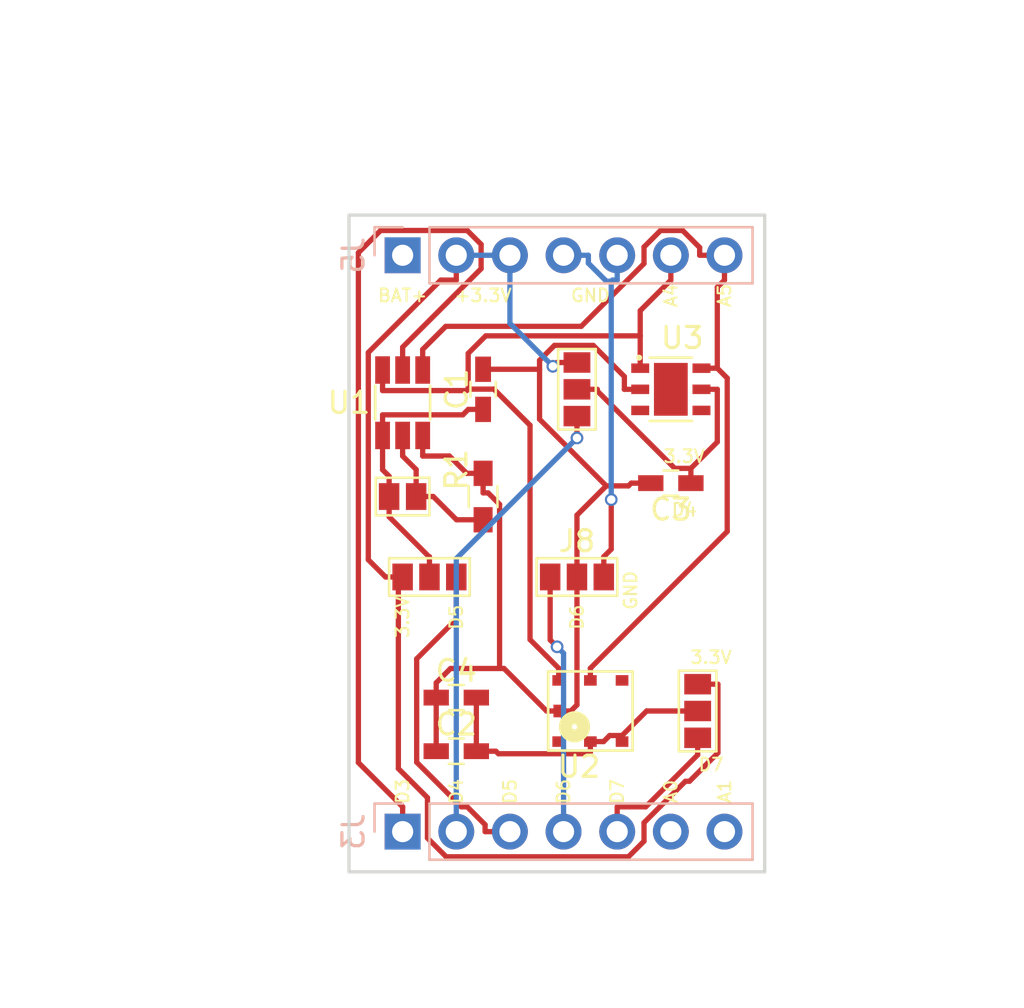
<source format=kicad_pcb>
(kicad_pcb (version 4) (host pcbnew 4.0.7-e1-6374~58~ubuntu16.04.1)

  (general
    (links 36)
    (no_connects 0)
    (area 150.344287 91.915 202.16 141.130001)
    (thickness 1.6)
    (drawings 35)
    (tracks 172)
    (zones 0)
    (modules 15)
    (nets 21)
  )

  (page A4)
  (layers
    (0 F.Cu signal)
    (31 B.Cu signal)
    (32 B.Adhes user)
    (33 F.Adhes user)
    (34 B.Paste user)
    (35 F.Paste user)
    (36 B.SilkS user)
    (37 F.SilkS user)
    (38 B.Mask user)
    (39 F.Mask user)
    (40 Dwgs.User user)
    (41 Cmts.User user)
    (42 Eco1.User user)
    (43 Eco2.User user)
    (44 Edge.Cuts user)
    (45 Margin user)
    (46 B.CrtYd user)
    (47 F.CrtYd user)
    (48 B.Fab user)
    (49 F.Fab user)
  )

  (setup
    (last_trace_width 0.25)
    (trace_clearance 0.2)
    (zone_clearance 0.508)
    (zone_45_only yes)
    (trace_min 0.2)
    (segment_width 0.2)
    (edge_width 0.15)
    (via_size 0.6)
    (via_drill 0.4)
    (via_min_size 0.4)
    (via_min_drill 0.3)
    (uvia_size 0.3)
    (uvia_drill 0.1)
    (uvias_allowed no)
    (uvia_min_size 0.2)
    (uvia_min_drill 0.1)
    (pcb_text_width 0.3)
    (pcb_text_size 1.5 1.5)
    (mod_edge_width 0.15)
    (mod_text_size 1 1)
    (mod_text_width 0.15)
    (pad_size 1.524 1.524)
    (pad_drill 0.762)
    (pad_to_mask_clearance 0.2)
    (aux_axis_origin 0 0)
    (visible_elements FFFFFF7F)
    (pcbplotparams
      (layerselection 0x010f0_80000001)
      (usegerberextensions true)
      (excludeedgelayer true)
      (linewidth 0.100000)
      (plotframeref false)
      (viasonmask false)
      (mode 1)
      (useauxorigin false)
      (hpglpennumber 1)
      (hpglpenspeed 20)
      (hpglpendiameter 15)
      (hpglpenoverlay 2)
      (psnegative false)
      (psa4output false)
      (plotreference true)
      (plotvalue true)
      (plotinvisibletext false)
      (padsonsilk false)
      (subtractmaskfromsilk false)
      (outputformat 1)
      (mirror false)
      (drillshape 0)
      (scaleselection 1)
      (outputdirectory /home/ed/Kicad/Cosmonode_ext_01/gerber/))
  )

  (net 0 "")
  (net 1 "Net-(C1-Pad1)")
  (net 2 /D6)
  (net 3 "Net-(C2-Pad1)")
  (net 4 "Net-(C3-Pad1)")
  (net 5 "Net-(J1-Pad2)")
  (net 6 +3V3)
  (net 7 /D5)
  (net 8 /D3)
  (net 9 /D4)
  (net 10 /D7)
  (net 11 /A0)
  (net 12 /A1)
  (net 13 GND)
  (net 14 /BAT+)
  (net 15 /A4)
  (net 16 /A5)
  (net 17 "Net-(U3-Pad3)")
  (net 18 "Net-(U3-Pad4)")
  (net 19 "Net-(U3-Pad7)")
  (net 20 "Net-(C1-Pad2)")

  (net_class Default "Ceci est la Netclass par défaut"
    (clearance 0.2)
    (trace_width 0.25)
    (via_dia 0.6)
    (via_drill 0.4)
    (uvia_dia 0.3)
    (uvia_drill 0.1)
    (add_net +3V3)
    (add_net /A0)
    (add_net /A1)
    (add_net /A4)
    (add_net /A5)
    (add_net /BAT+)
    (add_net /D3)
    (add_net /D4)
    (add_net /D5)
    (add_net /D6)
    (add_net /D7)
    (add_net GND)
    (add_net "Net-(C1-Pad1)")
    (add_net "Net-(C1-Pad2)")
    (add_net "Net-(C2-Pad1)")
    (add_net "Net-(C3-Pad1)")
    (add_net "Net-(J1-Pad2)")
    (add_net "Net-(U3-Pad3)")
    (add_net "Net-(U3-Pad4)")
    (add_net "Net-(U3-Pad7)")
  )

  (module Capacitors_SMD:C_0603_HandSoldering (layer F.Cu) (tedit 58AA848B) (tstamp 59804FA2)
    (at 172.72 109.855 90)
    (descr "Capacitor SMD 0603, hand soldering")
    (tags "capacitor 0603")
    (path /59804CCD)
    (attr smd)
    (fp_text reference C1 (at 0 -1.25 90) (layer F.SilkS)
      (effects (font (size 1 1) (thickness 0.15)))
    )
    (fp_text value 100nF (at 0 1.5 90) (layer F.Fab)
      (effects (font (size 1 1) (thickness 0.15)))
    )
    (fp_text user %R (at 0 -1.25 90) (layer F.Fab)
      (effects (font (size 1 1) (thickness 0.15)))
    )
    (fp_line (start -0.8 0.4) (end -0.8 -0.4) (layer F.Fab) (width 0.1))
    (fp_line (start 0.8 0.4) (end -0.8 0.4) (layer F.Fab) (width 0.1))
    (fp_line (start 0.8 -0.4) (end 0.8 0.4) (layer F.Fab) (width 0.1))
    (fp_line (start -0.8 -0.4) (end 0.8 -0.4) (layer F.Fab) (width 0.1))
    (fp_line (start -0.35 -0.6) (end 0.35 -0.6) (layer F.SilkS) (width 0.12))
    (fp_line (start 0.35 0.6) (end -0.35 0.6) (layer F.SilkS) (width 0.12))
    (fp_line (start -1.8 -0.65) (end 1.8 -0.65) (layer F.CrtYd) (width 0.05))
    (fp_line (start -1.8 -0.65) (end -1.8 0.65) (layer F.CrtYd) (width 0.05))
    (fp_line (start 1.8 0.65) (end 1.8 -0.65) (layer F.CrtYd) (width 0.05))
    (fp_line (start 1.8 0.65) (end -1.8 0.65) (layer F.CrtYd) (width 0.05))
    (pad 1 smd rect (at -0.95 0 90) (size 1.2 0.75) (layers F.Cu F.Paste F.Mask)
      (net 1 "Net-(C1-Pad1)"))
    (pad 2 smd rect (at 0.95 0 90) (size 1.2 0.75) (layers F.Cu F.Paste F.Mask)
      (net 20 "Net-(C1-Pad2)"))
    (model Capacitors_SMD.3dshapes/C_0603.wrl
      (at (xyz 0 0 0))
      (scale (xyz 1 1 1))
      (rotate (xyz 0 0 0))
    )
  )

  (module Capacitors_SMD:C_0603_HandSoldering (layer F.Cu) (tedit 5980B00E) (tstamp 59804FA8)
    (at 171.45 127 180)
    (descr "Capacitor SMD 0603, hand soldering")
    (tags "capacitor 0603")
    (path /59804F47)
    (attr smd)
    (fp_text reference C2 (at 0 1.27 180) (layer F.SilkS)
      (effects (font (size 1 1) (thickness 0.15)))
    )
    (fp_text value 100nF (at 0 1.5 180) (layer F.Fab)
      (effects (font (size 1 1) (thickness 0.15)))
    )
    (fp_text user %R (at 0 1.27 180) (layer F.Fab)
      (effects (font (size 1 1) (thickness 0.15)))
    )
    (fp_line (start -0.8 0.4) (end -0.8 -0.4) (layer F.Fab) (width 0.1))
    (fp_line (start 0.8 0.4) (end -0.8 0.4) (layer F.Fab) (width 0.1))
    (fp_line (start 0.8 -0.4) (end 0.8 0.4) (layer F.Fab) (width 0.1))
    (fp_line (start -0.8 -0.4) (end 0.8 -0.4) (layer F.Fab) (width 0.1))
    (fp_line (start -0.35 -0.6) (end 0.35 -0.6) (layer F.SilkS) (width 0.12))
    (fp_line (start 0.35 0.6) (end -0.35 0.6) (layer F.SilkS) (width 0.12))
    (fp_line (start -1.8 -0.65) (end 1.8 -0.65) (layer F.CrtYd) (width 0.05))
    (fp_line (start -1.8 -0.65) (end -1.8 0.65) (layer F.CrtYd) (width 0.05))
    (fp_line (start 1.8 0.65) (end 1.8 -0.65) (layer F.CrtYd) (width 0.05))
    (fp_line (start 1.8 0.65) (end -1.8 0.65) (layer F.CrtYd) (width 0.05))
    (pad 1 smd rect (at -0.95 0 180) (size 1.2 0.75) (layers F.Cu F.Paste F.Mask)
      (net 3 "Net-(C2-Pad1)"))
    (pad 2 smd rect (at 0.95 0 180) (size 1.2 0.75) (layers F.Cu F.Paste F.Mask)
      (net 20 "Net-(C1-Pad2)"))
    (model Capacitors_SMD.3dshapes/C_0603.wrl
      (at (xyz 0 0 0))
      (scale (xyz 1 1 1))
      (rotate (xyz 0 0 0))
    )
  )

  (module Capacitors_SMD:C_0603_HandSoldering (layer F.Cu) (tedit 58AA848B) (tstamp 59804FAE)
    (at 181.61 114.3 180)
    (descr "Capacitor SMD 0603, hand soldering")
    (tags "capacitor 0603")
    (path /59804E8B)
    (attr smd)
    (fp_text reference C3 (at 0 -1.25 180) (layer F.SilkS)
      (effects (font (size 1 1) (thickness 0.15)))
    )
    (fp_text value 100nF (at 0 1.5 180) (layer F.Fab)
      (effects (font (size 1 1) (thickness 0.15)))
    )
    (fp_text user %R (at 0 -1.25 180) (layer F.Fab)
      (effects (font (size 1 1) (thickness 0.15)))
    )
    (fp_line (start -0.8 0.4) (end -0.8 -0.4) (layer F.Fab) (width 0.1))
    (fp_line (start 0.8 0.4) (end -0.8 0.4) (layer F.Fab) (width 0.1))
    (fp_line (start 0.8 -0.4) (end 0.8 0.4) (layer F.Fab) (width 0.1))
    (fp_line (start -0.8 -0.4) (end 0.8 -0.4) (layer F.Fab) (width 0.1))
    (fp_line (start -0.35 -0.6) (end 0.35 -0.6) (layer F.SilkS) (width 0.12))
    (fp_line (start 0.35 0.6) (end -0.35 0.6) (layer F.SilkS) (width 0.12))
    (fp_line (start -1.8 -0.65) (end 1.8 -0.65) (layer F.CrtYd) (width 0.05))
    (fp_line (start -1.8 -0.65) (end -1.8 0.65) (layer F.CrtYd) (width 0.05))
    (fp_line (start 1.8 0.65) (end 1.8 -0.65) (layer F.CrtYd) (width 0.05))
    (fp_line (start 1.8 0.65) (end -1.8 0.65) (layer F.CrtYd) (width 0.05))
    (pad 1 smd rect (at -0.95 0 180) (size 1.2 0.75) (layers F.Cu F.Paste F.Mask)
      (net 4 "Net-(C3-Pad1)"))
    (pad 2 smd rect (at 0.95 0 180) (size 1.2 0.75) (layers F.Cu F.Paste F.Mask)
      (net 20 "Net-(C1-Pad2)"))
    (model Capacitors_SMD.3dshapes/C_0603.wrl
      (at (xyz 0 0 0))
      (scale (xyz 1 1 1))
      (rotate (xyz 0 0 0))
    )
  )

  (module Capacitors_SMD:C_0603_HandSoldering (layer F.Cu) (tedit 5980B009) (tstamp 59804FB4)
    (at 171.45 124.46 180)
    (descr "Capacitor SMD 0603, hand soldering")
    (tags "capacitor 0603")
    (path /59804F8A)
    (attr smd)
    (fp_text reference C4 (at 0 1.27 180) (layer F.SilkS)
      (effects (font (size 1 1) (thickness 0.15)))
    )
    (fp_text value 100nF (at 0 1.5 180) (layer F.Fab)
      (effects (font (size 1 1) (thickness 0.15)))
    )
    (fp_text user %R (at 0 1.27 180) (layer F.Fab)
      (effects (font (size 1 1) (thickness 0.15)))
    )
    (fp_line (start -0.8 0.4) (end -0.8 -0.4) (layer F.Fab) (width 0.1))
    (fp_line (start 0.8 0.4) (end -0.8 0.4) (layer F.Fab) (width 0.1))
    (fp_line (start 0.8 -0.4) (end 0.8 0.4) (layer F.Fab) (width 0.1))
    (fp_line (start -0.8 -0.4) (end 0.8 -0.4) (layer F.Fab) (width 0.1))
    (fp_line (start -0.35 -0.6) (end 0.35 -0.6) (layer F.SilkS) (width 0.12))
    (fp_line (start 0.35 0.6) (end -0.35 0.6) (layer F.SilkS) (width 0.12))
    (fp_line (start -1.8 -0.65) (end 1.8 -0.65) (layer F.CrtYd) (width 0.05))
    (fp_line (start -1.8 -0.65) (end -1.8 0.65) (layer F.CrtYd) (width 0.05))
    (fp_line (start 1.8 0.65) (end 1.8 -0.65) (layer F.CrtYd) (width 0.05))
    (fp_line (start 1.8 0.65) (end -1.8 0.65) (layer F.CrtYd) (width 0.05))
    (pad 1 smd rect (at -0.95 0 180) (size 1.2 0.75) (layers F.Cu F.Paste F.Mask)
      (net 3 "Net-(C2-Pad1)"))
    (pad 2 smd rect (at 0.95 0 180) (size 1.2 0.75) (layers F.Cu F.Paste F.Mask)
      (net 20 "Net-(C1-Pad2)"))
    (model Capacitors_SMD.3dshapes/C_0603.wrl
      (at (xyz 0 0 0))
      (scale (xyz 1 1 1))
      (rotate (xyz 0 0 0))
    )
  )

  (module Connectors:GS2 (layer F.Cu) (tedit 5980579B) (tstamp 59804FBA)
    (at 168.91 114.935 90)
    (descr "2-pin solder bridge")
    (tags "solder bridge")
    (path /59804FEF)
    (attr smd)
    (fp_text reference J1 (at -1.905 -0.635 180) (layer F.SilkS) hide
      (effects (font (size 1 1) (thickness 0.15)))
    )
    (fp_text value GS2 (at -1.8 0 180) (layer F.Fab)
      (effects (font (size 1 1) (thickness 0.15)))
    )
    (fp_line (start 1.1 -1.45) (end 1.1 1.5) (layer F.CrtYd) (width 0.05))
    (fp_line (start 1.1 1.5) (end -1.1 1.5) (layer F.CrtYd) (width 0.05))
    (fp_line (start -1.1 1.5) (end -1.1 -1.45) (layer F.CrtYd) (width 0.05))
    (fp_line (start -1.1 -1.45) (end 1.1 -1.45) (layer F.CrtYd) (width 0.05))
    (fp_line (start -0.89 -1.27) (end -0.89 1.27) (layer F.SilkS) (width 0.12))
    (fp_line (start 0.89 1.27) (end 0.89 -1.27) (layer F.SilkS) (width 0.12))
    (fp_line (start 0.89 1.27) (end -0.89 1.27) (layer F.SilkS) (width 0.12))
    (fp_line (start -0.89 -1.27) (end 0.89 -1.27) (layer F.SilkS) (width 0.12))
    (pad 1 smd rect (at 0 -0.64 90) (size 1.27 0.97) (layers F.Cu F.Paste F.Mask)
      (net 1 "Net-(C1-Pad1)"))
    (pad 2 smd rect (at 0 0.64 90) (size 1.27 0.97) (layers F.Cu F.Paste F.Mask)
      (net 5 "Net-(J1-Pad2)"))
  )

  (module Connectors:GS3 (layer F.Cu) (tedit 598057CF) (tstamp 59804FC1)
    (at 170.18 118.745 90)
    (descr "3-pin solder bridge")
    (tags "solder bridge")
    (path /59805661)
    (attr smd)
    (fp_text reference J2 (at 1.905 1.27 180) (layer F.SilkS) hide
      (effects (font (size 1 1) (thickness 0.15)))
    )
    (fp_text value GS3 (at 1.8 0 180) (layer F.Fab)
      (effects (font (size 1 1) (thickness 0.15)))
    )
    (fp_line (start -1.15 -2.15) (end 1.15 -2.15) (layer F.CrtYd) (width 0.05))
    (fp_line (start 1.15 -2.15) (end 1.15 2.15) (layer F.CrtYd) (width 0.05))
    (fp_line (start 1.15 2.15) (end -1.15 2.15) (layer F.CrtYd) (width 0.05))
    (fp_line (start -1.15 2.15) (end -1.15 -2.15) (layer F.CrtYd) (width 0.05))
    (fp_line (start -0.89 -1.91) (end -0.89 1.91) (layer F.SilkS) (width 0.12))
    (fp_line (start -0.89 1.91) (end 0.89 1.91) (layer F.SilkS) (width 0.12))
    (fp_line (start 0.89 1.91) (end 0.89 -1.91) (layer F.SilkS) (width 0.12))
    (fp_line (start -0.89 -1.91) (end 0.89 -1.91) (layer F.SilkS) (width 0.12))
    (pad 1 smd rect (at 0 -1.27 90) (size 1.27 0.97) (layers F.Cu F.Paste F.Mask)
      (net 6 +3V3))
    (pad 2 smd rect (at 0 0 90) (size 1.27 0.97) (layers F.Cu F.Paste F.Mask)
      (net 1 "Net-(C1-Pad1)"))
    (pad 3 smd rect (at 0 1.27 90) (size 1.27 0.97) (layers F.Cu F.Paste F.Mask)
      (net 7 /D5))
  )

  (module Pin_Headers:Pin_Header_Straight_1x07_Pitch2.54mm (layer B.Cu) (tedit 59650532) (tstamp 59804FCC)
    (at 168.91 130.81 270)
    (descr "Through hole straight pin header, 1x07, 2.54mm pitch, single row")
    (tags "Through hole pin header THT 1x07 2.54mm single row")
    (path /598047BC)
    (fp_text reference J3 (at 0 2.33 270) (layer B.SilkS)
      (effects (font (size 1 1) (thickness 0.15)) (justify mirror))
    )
    (fp_text value CONN_01X07 (at 0 -17.57 270) (layer B.Fab)
      (effects (font (size 1 1) (thickness 0.15)) (justify mirror))
    )
    (fp_line (start -0.635 1.27) (end 1.27 1.27) (layer B.Fab) (width 0.1))
    (fp_line (start 1.27 1.27) (end 1.27 -16.51) (layer B.Fab) (width 0.1))
    (fp_line (start 1.27 -16.51) (end -1.27 -16.51) (layer B.Fab) (width 0.1))
    (fp_line (start -1.27 -16.51) (end -1.27 0.635) (layer B.Fab) (width 0.1))
    (fp_line (start -1.27 0.635) (end -0.635 1.27) (layer B.Fab) (width 0.1))
    (fp_line (start -1.33 -16.57) (end 1.33 -16.57) (layer B.SilkS) (width 0.12))
    (fp_line (start -1.33 -1.27) (end -1.33 -16.57) (layer B.SilkS) (width 0.12))
    (fp_line (start 1.33 -1.27) (end 1.33 -16.57) (layer B.SilkS) (width 0.12))
    (fp_line (start -1.33 -1.27) (end 1.33 -1.27) (layer B.SilkS) (width 0.12))
    (fp_line (start -1.33 0) (end -1.33 1.33) (layer B.SilkS) (width 0.12))
    (fp_line (start -1.33 1.33) (end 0 1.33) (layer B.SilkS) (width 0.12))
    (fp_line (start -1.8 1.8) (end -1.8 -17.05) (layer B.CrtYd) (width 0.05))
    (fp_line (start -1.8 -17.05) (end 1.8 -17.05) (layer B.CrtYd) (width 0.05))
    (fp_line (start 1.8 -17.05) (end 1.8 1.8) (layer B.CrtYd) (width 0.05))
    (fp_line (start 1.8 1.8) (end -1.8 1.8) (layer B.CrtYd) (width 0.05))
    (fp_text user %R (at 0 -7.62 540) (layer B.Fab)
      (effects (font (size 1 1) (thickness 0.15)) (justify mirror))
    )
    (pad 1 thru_hole rect (at 0 0 270) (size 1.7 1.7) (drill 1) (layers *.Cu *.Mask)
      (net 8 /D3))
    (pad 2 thru_hole oval (at 0 -2.54 270) (size 1.7 1.7) (drill 1) (layers *.Cu *.Mask)
      (net 9 /D4))
    (pad 3 thru_hole oval (at 0 -5.08 270) (size 1.7 1.7) (drill 1) (layers *.Cu *.Mask)
      (net 7 /D5))
    (pad 4 thru_hole oval (at 0 -7.62 270) (size 1.7 1.7) (drill 1) (layers *.Cu *.Mask)
      (net 2 /D6))
    (pad 5 thru_hole oval (at 0 -10.16 270) (size 1.7 1.7) (drill 1) (layers *.Cu *.Mask)
      (net 10 /D7))
    (pad 6 thru_hole oval (at 0 -12.7 270) (size 1.7 1.7) (drill 1) (layers *.Cu *.Mask)
      (net 11 /A0))
    (pad 7 thru_hole oval (at 0 -15.24 270) (size 1.7 1.7) (drill 1) (layers *.Cu *.Mask)
      (net 12 /A1))
    (model ${KISYS3DMOD}/Pin_Headers.3dshapes/Pin_Header_Straight_1x07_Pitch2.54mm.wrl
      (at (xyz 0 0 0))
      (scale (xyz 1 1 1))
      (rotate (xyz 0 0 0))
    )
  )

  (module Pin_Headers:Pin_Header_Straight_1x07_Pitch2.54mm (layer B.Cu) (tedit 59650532) (tstamp 59804FDE)
    (at 168.91 103.505 270)
    (descr "Through hole straight pin header, 1x07, 2.54mm pitch, single row")
    (tags "Through hole pin header THT 1x07 2.54mm single row")
    (path /598047EF)
    (fp_text reference J5 (at 0 2.33 270) (layer B.SilkS)
      (effects (font (size 1 1) (thickness 0.15)) (justify mirror))
    )
    (fp_text value CONN_01X07 (at 0 -17.57 270) (layer B.Fab)
      (effects (font (size 1 1) (thickness 0.15)) (justify mirror))
    )
    (fp_line (start -0.635 1.27) (end 1.27 1.27) (layer B.Fab) (width 0.1))
    (fp_line (start 1.27 1.27) (end 1.27 -16.51) (layer B.Fab) (width 0.1))
    (fp_line (start 1.27 -16.51) (end -1.27 -16.51) (layer B.Fab) (width 0.1))
    (fp_line (start -1.27 -16.51) (end -1.27 0.635) (layer B.Fab) (width 0.1))
    (fp_line (start -1.27 0.635) (end -0.635 1.27) (layer B.Fab) (width 0.1))
    (fp_line (start -1.33 -16.57) (end 1.33 -16.57) (layer B.SilkS) (width 0.12))
    (fp_line (start -1.33 -1.27) (end -1.33 -16.57) (layer B.SilkS) (width 0.12))
    (fp_line (start 1.33 -1.27) (end 1.33 -16.57) (layer B.SilkS) (width 0.12))
    (fp_line (start -1.33 -1.27) (end 1.33 -1.27) (layer B.SilkS) (width 0.12))
    (fp_line (start -1.33 0) (end -1.33 1.33) (layer B.SilkS) (width 0.12))
    (fp_line (start -1.33 1.33) (end 0 1.33) (layer B.SilkS) (width 0.12))
    (fp_line (start -1.8 1.8) (end -1.8 -17.05) (layer B.CrtYd) (width 0.05))
    (fp_line (start -1.8 -17.05) (end 1.8 -17.05) (layer B.CrtYd) (width 0.05))
    (fp_line (start 1.8 -17.05) (end 1.8 1.8) (layer B.CrtYd) (width 0.05))
    (fp_line (start 1.8 1.8) (end -1.8 1.8) (layer B.CrtYd) (width 0.05))
    (fp_text user %R (at 0 -7.62 540) (layer B.Fab)
      (effects (font (size 1 1) (thickness 0.15)) (justify mirror))
    )
    (pad 1 thru_hole rect (at 0 0 270) (size 1.7 1.7) (drill 1) (layers *.Cu *.Mask)
      (net 14 /BAT+))
    (pad 2 thru_hole oval (at 0 -2.54 270) (size 1.7 1.7) (drill 1) (layers *.Cu *.Mask)
      (net 6 +3V3))
    (pad 3 thru_hole oval (at 0 -5.08 270) (size 1.7 1.7) (drill 1) (layers *.Cu *.Mask)
      (net 6 +3V3))
    (pad 4 thru_hole oval (at 0 -7.62 270) (size 1.7 1.7) (drill 1) (layers *.Cu *.Mask)
      (net 13 GND))
    (pad 5 thru_hole oval (at 0 -10.16 270) (size 1.7 1.7) (drill 1) (layers *.Cu *.Mask)
      (net 13 GND))
    (pad 6 thru_hole oval (at 0 -12.7 270) (size 1.7 1.7) (drill 1) (layers *.Cu *.Mask)
      (net 15 /A4))
    (pad 7 thru_hole oval (at 0 -15.24 270) (size 1.7 1.7) (drill 1) (layers *.Cu *.Mask)
      (net 16 /A5))
    (model ${KISYS3DMOD}/Pin_Headers.3dshapes/Pin_Header_Straight_1x07_Pitch2.54mm.wrl
      (at (xyz 0 0 0))
      (scale (xyz 1 1 1))
      (rotate (xyz 0 0 0))
    )
  )

  (module Connectors:GS3 (layer F.Cu) (tedit 59805697) (tstamp 59804FEC)
    (at 182.88 125.095)
    (descr "3-pin solder bridge")
    (tags "solder bridge")
    (path /598058D2)
    (attr smd)
    (fp_text reference J7 (at -3.175 0.635 90) (layer F.SilkS) hide
      (effects (font (size 1 1) (thickness 0.15)))
    )
    (fp_text value GS3 (at 1.8 0 90) (layer F.Fab)
      (effects (font (size 1 1) (thickness 0.15)))
    )
    (fp_line (start -1.15 -2.15) (end 1.15 -2.15) (layer F.CrtYd) (width 0.05))
    (fp_line (start 1.15 -2.15) (end 1.15 2.15) (layer F.CrtYd) (width 0.05))
    (fp_line (start 1.15 2.15) (end -1.15 2.15) (layer F.CrtYd) (width 0.05))
    (fp_line (start -1.15 2.15) (end -1.15 -2.15) (layer F.CrtYd) (width 0.05))
    (fp_line (start -0.89 -1.91) (end -0.89 1.91) (layer F.SilkS) (width 0.12))
    (fp_line (start -0.89 1.91) (end 0.89 1.91) (layer F.SilkS) (width 0.12))
    (fp_line (start 0.89 1.91) (end 0.89 -1.91) (layer F.SilkS) (width 0.12))
    (fp_line (start -0.89 -1.91) (end 0.89 -1.91) (layer F.SilkS) (width 0.12))
    (pad 1 smd rect (at 0 -1.27) (size 1.27 0.97) (layers F.Cu F.Paste F.Mask)
      (net 6 +3V3))
    (pad 2 smd rect (at 0 0) (size 1.27 0.97) (layers F.Cu F.Paste F.Mask)
      (net 3 "Net-(C2-Pad1)"))
    (pad 3 smd rect (at 0 1.27) (size 1.27 0.97) (layers F.Cu F.Paste F.Mask)
      (net 10 /D7))
  )

  (module Connectors:GS3 (layer F.Cu) (tedit 59805776) (tstamp 59804FFA)
    (at 177.165 109.855)
    (descr "3-pin solder bridge")
    (tags "solder bridge")
    (path /5980583B)
    (attr smd)
    (fp_text reference J9 (at -1.7 0 90) (layer F.SilkS) hide
      (effects (font (size 1 1) (thickness 0.15)))
    )
    (fp_text value GS3 (at 1.8 0 90) (layer F.Fab)
      (effects (font (size 1 1) (thickness 0.15)))
    )
    (fp_line (start -1.15 -2.15) (end 1.15 -2.15) (layer F.CrtYd) (width 0.05))
    (fp_line (start 1.15 -2.15) (end 1.15 2.15) (layer F.CrtYd) (width 0.05))
    (fp_line (start 1.15 2.15) (end -1.15 2.15) (layer F.CrtYd) (width 0.05))
    (fp_line (start -1.15 2.15) (end -1.15 -2.15) (layer F.CrtYd) (width 0.05))
    (fp_line (start -0.89 -1.91) (end -0.89 1.91) (layer F.SilkS) (width 0.12))
    (fp_line (start -0.89 1.91) (end 0.89 1.91) (layer F.SilkS) (width 0.12))
    (fp_line (start 0.89 1.91) (end 0.89 -1.91) (layer F.SilkS) (width 0.12))
    (fp_line (start -0.89 -1.91) (end 0.89 -1.91) (layer F.SilkS) (width 0.12))
    (pad 1 smd rect (at 0 -1.27) (size 1.27 0.97) (layers F.Cu F.Paste F.Mask)
      (net 6 +3V3))
    (pad 2 smd rect (at 0 0) (size 1.27 0.97) (layers F.Cu F.Paste F.Mask)
      (net 4 "Net-(C3-Pad1)"))
    (pad 3 smd rect (at 0 1.27) (size 1.27 0.97) (layers F.Cu F.Paste F.Mask)
      (net 9 /D4))
  )

  (module Resistors_SMD:R_0603_HandSoldering (layer F.Cu) (tedit 59805793) (tstamp 59805000)
    (at 172.72 114.935 90)
    (descr "Resistor SMD 0603, hand soldering")
    (tags "resistor 0603")
    (path /59804DFD)
    (attr smd)
    (fp_text reference R1 (at 1.27 -1.27 90) (layer F.SilkS)
      (effects (font (size 1 1) (thickness 0.15)))
    )
    (fp_text value 4.7k (at 0 1.55 90) (layer F.Fab)
      (effects (font (size 1 1) (thickness 0.15)))
    )
    (fp_text user %R (at 0 0 90) (layer F.Fab)
      (effects (font (size 0.4 0.4) (thickness 0.075)))
    )
    (fp_line (start -0.8 0.4) (end -0.8 -0.4) (layer F.Fab) (width 0.1))
    (fp_line (start 0.8 0.4) (end -0.8 0.4) (layer F.Fab) (width 0.1))
    (fp_line (start 0.8 -0.4) (end 0.8 0.4) (layer F.Fab) (width 0.1))
    (fp_line (start -0.8 -0.4) (end 0.8 -0.4) (layer F.Fab) (width 0.1))
    (fp_line (start 0.5 0.68) (end -0.5 0.68) (layer F.SilkS) (width 0.12))
    (fp_line (start -0.5 -0.68) (end 0.5 -0.68) (layer F.SilkS) (width 0.12))
    (fp_line (start -1.96 -0.7) (end 1.95 -0.7) (layer F.CrtYd) (width 0.05))
    (fp_line (start -1.96 -0.7) (end -1.96 0.7) (layer F.CrtYd) (width 0.05))
    (fp_line (start 1.95 0.7) (end 1.95 -0.7) (layer F.CrtYd) (width 0.05))
    (fp_line (start 1.95 0.7) (end -1.96 0.7) (layer F.CrtYd) (width 0.05))
    (pad 1 smd rect (at -1.1 0 90) (size 1.2 0.9) (layers F.Cu F.Paste F.Mask)
      (net 5 "Net-(J1-Pad2)"))
    (pad 2 smd rect (at 1.1 0 90) (size 1.2 0.9) (layers F.Cu F.Paste F.Mask)
      (net 20 "Net-(C1-Pad2)"))
    (model ${KISYS3DMOD}/Resistors_SMD.3dshapes/R_0603.wrl
      (at (xyz 0 0 0))
      (scale (xyz 1 1 1))
      (rotate (xyz 0 0 0))
    )
  )

  (module TSL2561T_6P-3.8X2.6MM_:TMB6-1.55-3.8X2.6MM (layer F.Cu) (tedit 598057D9) (tstamp 5980500A)
    (at 168.91 110.49 90)
    (path /59804921)
    (attr smd)
    (fp_text reference U1 (at 0 -2.54 180) (layer F.SilkS)
      (effects (font (size 1 1) (thickness 0.15)))
    )
    (fp_text value "TSL2561T(6P-3.8X2.6MM)" (at -1.27 -2.54 90) (layer F.SilkS) hide
      (effects (font (size 0.64 0.64) (thickness 0.05)))
    )
    (fp_line (start -1.9 -1.3) (end 1.9 -1.3) (layer Dwgs.User) (width 0.127))
    (fp_line (start 1.9 -1.3) (end 1.9 -1.1) (layer Dwgs.User) (width 0.127))
    (fp_line (start 1.9 -0.7) (end 1.9 -0.2) (layer Dwgs.User) (width 0.127))
    (fp_line (start 1.9 0.2) (end 1.9 0.7) (layer Dwgs.User) (width 0.127))
    (fp_line (start 1.9 1.1) (end 1.9 1.3) (layer Dwgs.User) (width 0.127))
    (fp_line (start 1.9 1.3) (end -1.9 1.3) (layer Dwgs.User) (width 0.127))
    (fp_line (start -1.9 1.3) (end -1.9 1.1) (layer Dwgs.User) (width 0.127))
    (fp_line (start -1.9 0.7) (end -1.9 0.2) (layer Dwgs.User) (width 0.127))
    (fp_line (start -1.9 -0.2) (end -1.9 -0.7) (layer Dwgs.User) (width 0.127))
    (fp_line (start -1.9 -1.1) (end -1.9 -1.3) (layer Dwgs.User) (width 0.127))
    (fp_line (start -1.9 1.3) (end -1.9 1.1) (layer Dwgs.User) (width 0.127))
    (fp_line (start -1.9 0.7) (end -1.9 0.2) (layer Dwgs.User) (width 0.127))
    (fp_line (start -1.9 -0.2) (end -1.9 -0.7) (layer Dwgs.User) (width 0.127))
    (fp_line (start -1.9 -1.1) (end -1.9 -1.3) (layer Dwgs.User) (width 0.127))
    (fp_line (start -1.9 1.3) (end -1.9 1.1) (layer Dwgs.User) (width 0.127))
    (fp_line (start -1.9 0.7) (end -1.9 0.2) (layer Dwgs.User) (width 0.127))
    (fp_line (start -1.9 -0.2) (end -1.9 -0.7) (layer Dwgs.User) (width 0.127))
    (fp_line (start -1.9 -1.1) (end -1.9 -1.3) (layer Dwgs.User) (width 0.127))
    (fp_arc (start -1.9 -0.9) (end -1.7 -0.9) (angle -90) (layer Dwgs.User) (width 0.127))
    (fp_arc (start -1.9 -0.9) (end -1.9 -0.7) (angle -90) (layer Dwgs.User) (width 0.127))
    (fp_arc (start -1.9 0) (end -1.7 0) (angle -90) (layer Dwgs.User) (width 0.127))
    (fp_arc (start -1.9 0) (end -1.9 0.2) (angle -90) (layer Dwgs.User) (width 0.127))
    (fp_arc (start -1.9 0.9) (end -1.7 0.9) (angle -90) (layer Dwgs.User) (width 0.127))
    (fp_arc (start -1.9 0.9) (end -1.9 1.1) (angle -90) (layer Dwgs.User) (width 0.127))
    (fp_arc (start 1.9 -0.9) (end 1.7 -0.9) (angle -90) (layer Dwgs.User) (width 0.127))
    (fp_arc (start 1.9 -0.9) (end 1.9 -1.1) (angle -90) (layer Dwgs.User) (width 0.127))
    (fp_arc (start 1.9 0) (end 1.7 0) (angle 90) (layer Dwgs.User) (width 0.127))
    (fp_arc (start 1.9 0) (end 1.9 0.2) (angle 90) (layer Dwgs.User) (width 0.127))
    (fp_arc (start 1.9 0.9) (end 1.7 0.9) (angle 90) (layer Dwgs.User) (width 0.127))
    (fp_arc (start 1.9 0.9) (end 1.9 1.1) (angle 90) (layer Dwgs.User) (width 0.127))
    (fp_poly (pts (xy -1.9 -1.3) (xy 1.9 -1.3) (xy 1.9 1.3) (xy -1.9 1.3)) (layer Dwgs.User) (width 0.381))
    (fp_line (start -0.1 -0.7) (end 0.1 -0.7) (layer Dwgs.User) (width 0.127))
    (fp_line (start 0.1 -0.7) (end 0.1 0.7) (layer Dwgs.User) (width 0.127))
    (fp_line (start 0.1 0.7) (end -0.1 0.7) (layer Dwgs.User) (width 0.127))
    (fp_line (start -0.1 0.7) (end -0.1 -0.7) (layer Dwgs.User) (width 0.127))
    (fp_poly (pts (xy -0.1 -0.7) (xy 0.1 -0.7) (xy 0.1 0.7) (xy -0.1 0.7)) (layer Dwgs.User) (width 0.381))
    (fp_line (start -0.5 -1) (end 0.6 -1) (layer Dwgs.User) (width 0.127))
    (fp_line (start 0.6 -1) (end 0.6 1) (layer Dwgs.User) (width 0.127))
    (fp_line (start 0.6 1) (end -0.5 1) (layer Dwgs.User) (width 0.127))
    (fp_line (start -0.5 1) (end -0.5 -1) (layer Dwgs.User) (width 0.127))
    (fp_line (start -0.8 -1.3) (end 0.8 -1.3) (layer F.SilkS) (width 0.127))
    (fp_line (start -0.8 1.3) (end 0.8 1.3) (layer F.SilkS) (width 0.127))
    (pad 1 smd rect (at -1.55 -0.95 90) (size 1.3 0.7) (layers F.Cu F.Paste F.Mask)
      (net 1 "Net-(C1-Pad1)"))
    (pad 2 smd rect (at -1.55 0 90) (size 1.3 0.7) (layers F.Cu F.Paste F.Mask)
      (net 5 "Net-(J1-Pad2)"))
    (pad 3 smd rect (at -1.55 0.95 90) (size 1.3 0.7) (layers F.Cu F.Paste F.Mask)
      (net 20 "Net-(C1-Pad2)"))
    (pad 4 smd rect (at 1.55 0.95 270) (size 1.3 0.7) (layers F.Cu F.Paste F.Mask)
      (net 16 /A5))
    (pad 5 smd rect (at 1.55 0 270) (size 1.3 0.7) (layers F.Cu F.Paste F.Mask)
      (net 8 /D3))
    (pad 6 smd rect (at 1.55 -0.95 270) (size 1.3 0.7) (layers F.Cu F.Paste F.Mask)
      (net 15 /A4))
  )

  (module BMP180:BMP180 (layer F.Cu) (tedit 598051A0) (tstamp 59805015)
    (at 177.8 125.095 180)
    (path /59804A0F)
    (attr smd)
    (fp_text reference U2 (at 0.54 -2.635 180) (layer F.SilkS)
      (effects (font (size 1 1) (thickness 0.15)))
    )
    (fp_text value BMP180 (at 1.175 2.74 180) (layer F.SilkS) hide
      (effects (font (size 1 1) (thickness 0.05)))
    )
    (fp_line (start -1.9 -1.8) (end -1.9 1.8) (layer Dwgs.User) (width 0.127))
    (fp_line (start -1.9 1.8) (end 1.9 1.8) (layer Dwgs.User) (width 0.127))
    (fp_line (start 1.9 1.8) (end 1.9 -1.8) (layer Dwgs.User) (width 0.127))
    (fp_line (start 1.9 -1.8) (end -1.9 -1.8) (layer Dwgs.User) (width 0.127))
    (fp_circle (center 0.75 -0.75) (end 0.875 -0.75) (layer F.SilkS) (width 0.6096))
    (fp_line (start -1.5 -1) (end -1.5 1) (layer Dwgs.User) (width 0.127))
    (fp_arc (start -1 1) (end -1 1.5) (angle 90) (layer Dwgs.User) (width 0.127))
    (fp_line (start -1 1.5) (end 1 1.5) (layer Dwgs.User) (width 0.127))
    (fp_arc (start 1 1) (end 1.5 1) (angle 90) (layer Dwgs.User) (width 0.127))
    (fp_line (start 1.5 1) (end 1.5 -1) (layer Dwgs.User) (width 0.127))
    (fp_arc (start 1 -1) (end 1 -1.5) (angle 90) (layer Dwgs.User) (width 0.127))
    (fp_line (start 1 -1.5) (end -1 -1.5) (layer Dwgs.User) (width 0.127))
    (fp_arc (start -1 -1) (end -1.5 -1) (angle 90) (layer Dwgs.User) (width 0.127))
    (fp_line (start -2 -1.875) (end -2 1.875) (layer F.SilkS) (width 0.127))
    (fp_line (start -2 1.875) (end 2 1.875) (layer F.SilkS) (width 0.127))
    (fp_line (start 2 1.875) (end 2 -1.875) (layer F.SilkS) (width 0.127))
    (fp_line (start 2 -1.875) (end -2 -1.875) (layer F.SilkS) (width 0.127))
    (fp_circle (center 0.75 -0.75) (end 0.875 -0.75) (layer F.SilkS) (width 0.6096))
    (fp_circle (center 0.75 -0.75) (end 0.875 -0.75) (layer Dwgs.User) (width 0.6096))
    (pad 1 smd rect (at 1.5 -1.45 270) (size 0.5 0.6) (layers F.Cu F.Paste F.Mask))
    (pad 2 smd rect (at 0 -1.45 270) (size 0.5 0.6) (layers F.Cu F.Paste F.Mask)
      (net 3 "Net-(C2-Pad1)"))
    (pad 3 smd rect (at -1.5 -1.45 270) (size 0.5 0.6) (layers F.Cu F.Paste F.Mask)
      (net 3 "Net-(C2-Pad1)"))
    (pad 4 smd rect (at -1.5 1.45 270) (size 0.5 0.6) (layers F.Cu F.Paste F.Mask))
    (pad 5 smd rect (at 0 1.45 270) (size 0.5 0.6) (layers F.Cu F.Paste F.Mask)
      (net 16 /A5))
    (pad 6 smd rect (at 1.5 1.45 270) (size 0.5 0.6) (layers F.Cu F.Paste F.Mask)
      (net 15 /A4))
    (pad 7 smd rect (at 1.5 0) (size 0.5 0.6) (layers F.Cu F.Paste F.Mask)
      (net 20 "Net-(C1-Pad2)"))
  )

  (module SI7020-A20-YM0R:SON100P300X300X80-7N (layer F.Cu) (tedit 59805195) (tstamp 59805020)
    (at 181.61 109.855)
    (path /59804A5B)
    (attr smd)
    (fp_text reference U3 (at 0.54 -2.435) (layer F.SilkS)
      (effects (font (size 1 1) (thickness 0.15)))
    )
    (fp_text value SI7020-A20-YM0R (at 0.775 2.265) (layer F.SilkS) hide
      (effects (font (size 1 1) (thickness 0.05)))
    )
    (fp_circle (center -1.5 -1.5) (end -1.35858 -1.5) (layer F.SilkS) (width 0))
    (fp_line (start -2.15 -1.8) (end 2.15 -1.8) (layer Dwgs.User) (width 0.05))
    (fp_line (start 2.15 -1.8) (end 2.15 1.8) (layer Dwgs.User) (width 0.05))
    (fp_line (start 2.15 1.8) (end -2.15 1.8) (layer Dwgs.User) (width 0.05))
    (fp_line (start -2.15 1.8) (end -2.15 -1.8) (layer Dwgs.User) (width 0.05))
    (fp_line (start -1.5 -1.5) (end 1.5 -1.5) (layer Dwgs.User) (width 0.05))
    (fp_line (start 1.5 -1.5) (end 1.5 1.5) (layer Dwgs.User) (width 0.05))
    (fp_line (start 1.5 1.5) (end -1.5 1.5) (layer Dwgs.User) (width 0.05))
    (fp_line (start -1.5 1.5) (end -1.5 -1.5) (layer Dwgs.User) (width 0.05))
    (fp_line (start -1 -1.5) (end 1 -1.5) (layer F.SilkS) (width 0.127))
    (fp_line (start -1 1.5) (end 1 1.5) (layer F.SilkS) (width 0.127))
    (pad 1 smd rect (at -1.45 -1) (size 0.85 0.45) (layers F.Cu F.Paste F.Mask)
      (net 15 /A4))
    (pad 2 smd rect (at -1.45 0) (size 0.85 0.45) (layers F.Cu F.Paste F.Mask)
      (net 20 "Net-(C1-Pad2)"))
    (pad 3 smd rect (at -1.45 1) (size 0.85 0.45) (layers F.Cu F.Paste F.Mask)
      (net 17 "Net-(U3-Pad3)"))
    (pad 4 smd rect (at 1.45 1 180) (size 0.85 0.45) (layers F.Cu F.Paste F.Mask)
      (net 18 "Net-(U3-Pad4)"))
    (pad 5 smd rect (at 1.45 0 180) (size 0.85 0.45) (layers F.Cu F.Paste F.Mask)
      (net 4 "Net-(C3-Pad1)"))
    (pad 6 smd rect (at 1.45 -1 180) (size 0.85 0.45) (layers F.Cu F.Paste F.Mask)
      (net 16 /A5))
    (pad 7 smd rect (at 0 0) (size 1.6 2.5) (layers F.Cu F.Paste F.Mask)
      (net 19 "Net-(U3-Pad7)"))
  )

  (module Connectors:GS3 (layer F.Cu) (tedit 58613494) (tstamp 5980AEF8)
    (at 177.165 118.745 270)
    (descr "3-pin solder bridge")
    (tags "solder bridge")
    (path /598060CE)
    (attr smd)
    (fp_text reference J8 (at -1.7 0 360) (layer F.SilkS)
      (effects (font (size 1 1) (thickness 0.15)))
    )
    (fp_text value GS3 (at 1.8 0 360) (layer F.Fab)
      (effects (font (size 1 1) (thickness 0.15)))
    )
    (fp_line (start -1.15 -2.15) (end 1.15 -2.15) (layer F.CrtYd) (width 0.05))
    (fp_line (start 1.15 -2.15) (end 1.15 2.15) (layer F.CrtYd) (width 0.05))
    (fp_line (start 1.15 2.15) (end -1.15 2.15) (layer F.CrtYd) (width 0.05))
    (fp_line (start -1.15 2.15) (end -1.15 -2.15) (layer F.CrtYd) (width 0.05))
    (fp_line (start -0.89 -1.91) (end -0.89 1.91) (layer F.SilkS) (width 0.12))
    (fp_line (start -0.89 1.91) (end 0.89 1.91) (layer F.SilkS) (width 0.12))
    (fp_line (start 0.89 1.91) (end 0.89 -1.91) (layer F.SilkS) (width 0.12))
    (fp_line (start -0.89 -1.91) (end 0.89 -1.91) (layer F.SilkS) (width 0.12))
    (pad 1 smd rect (at 0 -1.27 270) (size 1.27 0.97) (layers F.Cu F.Paste F.Mask)
      (net 13 GND))
    (pad 2 smd rect (at 0 0 270) (size 1.27 0.97) (layers F.Cu F.Paste F.Mask)
      (net 20 "Net-(C1-Pad2)"))
    (pad 3 smd rect (at 0 1.27 270) (size 1.27 0.97) (layers F.Cu F.Paste F.Mask)
      (net 2 /D6))
  )

  (gr_text BAT+ (at 168.91 105.41) (layer F.SilkS)
    (effects (font (size 0.6 0.6) (thickness 0.1)))
  )
  (gr_text +3.3V (at 172.72 105.41) (layer F.SilkS)
    (effects (font (size 0.6 0.6) (thickness 0.1)))
  )
  (gr_text GND (at 177.8 105.41) (layer F.SilkS)
    (effects (font (size 0.6 0.6) (thickness 0.1)))
  )
  (gr_text A4 (at 181.61 105.41 90) (layer F.SilkS)
    (effects (font (size 0.6 0.6) (thickness 0.1)))
  )
  (gr_text A5 (at 184.15 105.41 90) (layer F.SilkS)
    (effects (font (size 0.6 0.6) (thickness 0.1)))
  )
  (gr_text D3 (at 168.91 128.905 90) (layer F.SilkS)
    (effects (font (size 0.6 0.6) (thickness 0.1)))
  )
  (gr_text D4 (at 171.45 128.905 90) (layer F.SilkS)
    (effects (font (size 0.6 0.6) (thickness 0.1)))
  )
  (gr_text D5 (at 173.99 128.905 90) (layer F.SilkS)
    (effects (font (size 0.6 0.6) (thickness 0.1)))
  )
  (gr_text A1 (at 184.15 128.905 90) (layer F.SilkS)
    (effects (font (size 0.6 0.6) (thickness 0.1)))
  )
  (gr_text A0 (at 181.61 128.905 90) (layer F.SilkS)
    (effects (font (size 0.6 0.6) (thickness 0.1)))
  )
  (gr_text D7 (at 179.07 128.905 90) (layer F.SilkS)
    (effects (font (size 0.6 0.6) (thickness 0.1)))
  )
  (gr_text D6 (at 176.53 128.905 90) (layer F.SilkS)
    (effects (font (size 0.6 0.6) (thickness 0.1)))
  )
  (gr_line (start 186.055 101.6) (end 186.055 132.715) (angle 90) (layer Edge.Cuts) (width 0.15))
  (gr_line (start 166.37 101.6) (end 186.055 101.6) (angle 90) (layer Edge.Cuts) (width 0.15))
  (gr_line (start 166.37 132.715) (end 166.37 101.6) (angle 90) (layer Edge.Cuts) (width 0.15))
  (gr_line (start 186.055 132.715) (end 166.37 132.715) (angle 90) (layer Edge.Cuts) (width 0.15))
  (dimension 2.54 (width 0.3) (layer B.Mask)
    (gr_text "2,540 mm" (at 180.975 93.265) (layer B.Mask)
      (effects (font (size 1.5 1.5) (thickness 0.3)))
    )
    (feature1 (pts (xy 179.705 101.6) (xy 179.705 91.915)))
    (feature2 (pts (xy 182.245 101.6) (xy 182.245 91.915)))
    (crossbar (pts (xy 182.245 94.615) (xy 179.705 94.615)))
    (arrow1a (pts (xy 179.705 94.615) (xy 180.831504 94.028579)))
    (arrow1b (pts (xy 179.705 94.615) (xy 180.831504 95.201421)))
    (arrow2a (pts (xy 182.245 94.615) (xy 181.118496 94.028579)))
    (arrow2b (pts (xy 182.245 94.615) (xy 181.118496 95.201421)))
  )
  (dimension 3.81 (width 0.3) (layer B.Mask)
    (gr_text "3,810 mm" (at 184.15 96.44) (layer B.Mask)
      (effects (font (size 1.5 1.5) (thickness 0.3)))
    )
    (feature1 (pts (xy 182.245 101.6) (xy 182.245 95.09)))
    (feature2 (pts (xy 186.055 101.6) (xy 186.055 95.09)))
    (crossbar (pts (xy 186.055 97.79) (xy 182.245 97.79)))
    (arrow1a (pts (xy 182.245 97.79) (xy 183.371504 97.203579)))
    (arrow1b (pts (xy 182.245 97.79) (xy 183.371504 98.376421)))
    (arrow2a (pts (xy 186.055 97.79) (xy 184.928496 97.203579)))
    (arrow2b (pts (xy 186.055 97.79) (xy 184.928496 98.376421)))
  )
  (dimension 3.81 (width 0.3) (layer B.Mask)
    (gr_text "3,810 mm" (at 170.18 93.265) (layer B.Mask)
      (effects (font (size 1.5 1.5) (thickness 0.3)))
    )
    (feature1 (pts (xy 172.085 101.6) (xy 172.085 91.915)))
    (feature2 (pts (xy 168.275 101.6) (xy 168.275 91.915)))
    (crossbar (pts (xy 168.275 94.615) (xy 172.085 94.615)))
    (arrow1a (pts (xy 172.085 94.615) (xy 170.958496 95.201421)))
    (arrow1b (pts (xy 172.085 94.615) (xy 170.958496 94.028579)))
    (arrow2a (pts (xy 168.275 94.615) (xy 169.401504 95.201421)))
    (arrow2b (pts (xy 168.275 94.615) (xy 169.401504 94.028579)))
  )
  (dimension 1.905 (width 0.3) (layer B.Mask)
    (gr_text "1,905 mm" (at 167.3225 96.44) (layer B.Mask)
      (effects (font (size 1.5 1.5) (thickness 0.3)))
    )
    (feature1 (pts (xy 168.275 101.6) (xy 168.275 95.09)))
    (feature2 (pts (xy 166.37 101.6) (xy 166.37 95.09)))
    (crossbar (pts (xy 166.37 97.79) (xy 168.275 97.79)))
    (arrow1a (pts (xy 168.275 97.79) (xy 167.148496 98.376421)))
    (arrow1b (pts (xy 168.275 97.79) (xy 167.148496 97.203579)))
    (arrow2a (pts (xy 166.37 97.79) (xy 167.496504 98.376421)))
    (arrow2b (pts (xy 166.37 97.79) (xy 167.496504 97.203579)))
  )
  (dimension 2.54 (width 0.3) (layer B.Mask)
    (gr_text "2,540 mm" (at 193.12 109.22 270) (layer B.Mask)
      (effects (font (size 1.5 1.5) (thickness 0.3)))
    )
    (feature1 (pts (xy 186.055 110.49) (xy 194.47 110.49)))
    (feature2 (pts (xy 186.055 107.95) (xy 194.47 107.95)))
    (crossbar (pts (xy 191.77 107.95) (xy 191.77 110.49)))
    (arrow1a (pts (xy 191.77 110.49) (xy 191.183579 109.363496)))
    (arrow1b (pts (xy 191.77 110.49) (xy 192.356421 109.363496)))
    (arrow2a (pts (xy 191.77 107.95) (xy 191.183579 109.076504)))
    (arrow2b (pts (xy 191.77 107.95) (xy 192.356421 109.076504)))
  )
  (dimension 6.35 (width 0.3) (layer B.Mask)
    (gr_text "6,350 mm" (at 189.945 104.775 270) (layer B.Mask)
      (effects (font (size 1.5 1.5) (thickness 0.3)))
    )
    (feature1 (pts (xy 186.055 107.95) (xy 191.295 107.95)))
    (feature2 (pts (xy 186.055 101.6) (xy 191.295 101.6)))
    (crossbar (pts (xy 188.595 101.6) (xy 188.595 107.95)))
    (arrow1a (pts (xy 188.595 107.95) (xy 188.008579 106.823496)))
    (arrow1b (pts (xy 188.595 107.95) (xy 189.181421 106.823496)))
    (arrow2a (pts (xy 188.595 101.6) (xy 188.008579 102.726504)))
    (arrow2b (pts (xy 188.595 101.6) (xy 189.181421 102.726504)))
  )
  (dimension 21.59 (width 0.3) (layer B.Mask)
    (gr_text "21,590 mm" (at 159.305 121.92 90) (layer B.Mask)
      (effects (font (size 1.5 1.5) (thickness 0.3)))
    )
    (feature1 (pts (xy 166.37 111.125) (xy 157.955 111.125)))
    (feature2 (pts (xy 166.37 132.715) (xy 157.955 132.715)))
    (crossbar (pts (xy 160.655 132.715) (xy 160.655 111.125)))
    (arrow1a (pts (xy 160.655 111.125) (xy 161.241421 112.251504)))
    (arrow1b (pts (xy 160.655 111.125) (xy 160.068579 112.251504)))
    (arrow2a (pts (xy 160.655 132.715) (xy 161.241421 131.588496)))
    (arrow2b (pts (xy 160.655 132.715) (xy 160.068579 131.588496)))
  )
  (dimension 3.81 (width 0.3) (layer B.Mask)
    (gr_text "3,810 mm" (at 156.13 109.22 90) (layer B.Mask)
      (effects (font (size 1.5 1.5) (thickness 0.3)))
    )
    (feature1 (pts (xy 166.37 107.315) (xy 154.78 107.315)))
    (feature2 (pts (xy 166.37 111.125) (xy 154.78 111.125)))
    (crossbar (pts (xy 157.48 111.125) (xy 157.48 107.315)))
    (arrow1a (pts (xy 157.48 107.315) (xy 158.066421 108.441504)))
    (arrow1b (pts (xy 157.48 107.315) (xy 156.893579 108.441504)))
    (arrow2a (pts (xy 157.48 111.125) (xy 158.066421 109.998496)))
    (arrow2b (pts (xy 157.48 111.125) (xy 156.893579 109.998496)))
  )
  (dimension 5.715 (width 0.3) (layer B.Mask)
    (gr_text "5,715 mm" (at 161.21 104.4575 90) (layer B.Mask)
      (effects (font (size 1.5 1.5) (thickness 0.3)))
    )
    (feature1 (pts (xy 166.37 101.6) (xy 159.86 101.6)))
    (feature2 (pts (xy 166.37 107.315) (xy 159.86 107.315)))
    (crossbar (pts (xy 162.56 107.315) (xy 162.56 101.6)))
    (arrow1a (pts (xy 162.56 101.6) (xy 163.146421 102.726504)))
    (arrow1b (pts (xy 162.56 101.6) (xy 161.973579 102.726504)))
    (arrow2a (pts (xy 162.56 107.315) (xy 163.146421 106.188496)))
    (arrow2b (pts (xy 162.56 107.315) (xy 161.973579 106.188496)))
  )
  (gr_text 3.3V (at 182.245 113.03) (layer F.SilkS)
    (effects (font (size 0.6 0.6) (thickness 0.1)))
  )
  (gr_text D4 (at 182.245 115.57) (layer F.SilkS)
    (effects (font (size 0.6 0.6) (thickness 0.1)))
  )
  (gr_text 3.3V (at 168.91 120.65 90) (layer F.SilkS)
    (effects (font (size 0.6 0.6) (thickness 0.1)))
  )
  (gr_text D5 (at 171.45 120.65 90) (layer F.SilkS)
    (effects (font (size 0.6 0.6) (thickness 0.1)))
  )
  (gr_text GND (at 179.705 119.38 90) (layer F.SilkS)
    (effects (font (size 0.6 0.6) (thickness 0.1)))
  )
  (gr_text D6 (at 177.165 120.65 90) (layer F.SilkS)
    (effects (font (size 0.6 0.6) (thickness 0.1)))
  )
  (gr_text D7 (at 183.515 127.635) (layer F.SilkS)
    (effects (font (size 0.6 0.6) (thickness 0.1)))
  )
  (gr_text 3.3V (at 183.515 122.555) (layer F.SilkS)
    (effects (font (size 0.6 0.6) (thickness 0.1)))
  )
  (dimension 19.685 (width 0.3) (layer B.Mask)
    (gr_text "19,685 mm" (at 176.2125 139.78) (layer B.Mask)
      (effects (font (size 1.5 1.5) (thickness 0.3)))
    )
    (feature1 (pts (xy 166.37 132.715) (xy 166.37 141.13)))
    (feature2 (pts (xy 186.055 132.715) (xy 186.055 141.13)))
    (crossbar (pts (xy 186.055 138.43) (xy 166.37 138.43)))
    (arrow1a (pts (xy 166.37 138.43) (xy 167.496504 137.843579)))
    (arrow1b (pts (xy 166.37 138.43) (xy 167.496504 139.016421)))
    (arrow2a (pts (xy 186.055 138.43) (xy 184.928496 137.843579)))
    (arrow2b (pts (xy 186.055 138.43) (xy 184.928496 139.016421)))
  )
  (dimension 31.115 (width 0.3) (layer B.Mask)
    (gr_text "31,115 mm" (at 195.66 117.1575 270) (layer B.Mask)
      (effects (font (size 1.5 1.5) (thickness 0.3)))
    )
    (feature1 (pts (xy 186.055 132.715) (xy 197.01 132.715)))
    (feature2 (pts (xy 186.055 101.6) (xy 197.01 101.6)))
    (crossbar (pts (xy 194.31 101.6) (xy 194.31 132.715)))
    (arrow1a (pts (xy 194.31 132.715) (xy 193.723579 131.588496)))
    (arrow1b (pts (xy 194.31 132.715) (xy 194.896421 131.588496)))
    (arrow2a (pts (xy 194.31 101.6) (xy 193.723579 102.726504)))
    (arrow2b (pts (xy 194.31 101.6) (xy 194.896421 102.726504)))
  )

  (segment (start 168.27 114.4548) (end 168.27 113.9747) (width 0.25) (layer F.Cu) (net 1))
  (segment (start 168.27 114.4548) (end 168.27 114.935) (width 0.25) (layer F.Cu) (net 1))
  (segment (start 170.1594 117.7847) (end 170.18 117.7847) (width 0.25) (layer F.Cu) (net 1))
  (segment (start 168.27 115.8953) (end 170.1594 117.7847) (width 0.25) (layer F.Cu) (net 1))
  (segment (start 168.27 114.935) (end 168.27 115.8953) (width 0.25) (layer F.Cu) (net 1))
  (segment (start 170.18 118.745) (end 170.18 117.7847) (width 0.25) (layer F.Cu) (net 1))
  (segment (start 167.96 113.6647) (end 167.96 112.04) (width 0.25) (layer F.Cu) (net 1))
  (segment (start 168.27 113.9747) (end 167.96 113.6647) (width 0.25) (layer F.Cu) (net 1))
  (segment (start 171.76 111.0647) (end 172.0197 110.805) (width 0.25) (layer F.Cu) (net 1))
  (segment (start 167.96 111.0647) (end 171.76 111.0647) (width 0.25) (layer F.Cu) (net 1))
  (segment (start 167.96 112.04) (end 167.96 111.0647) (width 0.25) (layer F.Cu) (net 1))
  (segment (start 172.72 110.805) (end 172.0197 110.805) (width 0.25) (layer F.Cu) (net 1))
  (via (at 176.2235 122.053) (size 0.6) (layers F.Cu B.Cu) (net 2))
  (segment (start 176.53 122.3595) (end 176.2235 122.053) (width 0.25) (layer B.Cu) (net 2))
  (segment (start 176.53 130.81) (end 176.53 122.3595) (width 0.25) (layer B.Cu) (net 2))
  (segment (start 175.895 121.7245) (end 175.895 118.745) (width 0.25) (layer F.Cu) (net 2))
  (segment (start 176.2235 122.053) (end 175.895 121.7245) (width 0.25) (layer F.Cu) (net 2))
  (segment (start 172.4 127) (end 173.3253 127) (width 0.25) (layer F.Cu) (net 3))
  (segment (start 173.4456 127.1203) (end 173.3253 127) (width 0.25) (layer F.Cu) (net 3))
  (segment (start 177.8 127.1203) (end 173.4456 127.1203) (width 0.25) (layer F.Cu) (net 3))
  (segment (start 177.8 126.545) (end 177.8 127.1203) (width 0.25) (layer F.Cu) (net 3))
  (segment (start 172.4 124.46) (end 172.4 127) (width 0.25) (layer F.Cu) (net 3))
  (segment (start 179.3 126.545) (end 179.3 126.2573) (width 0.25) (layer F.Cu) (net 3))
  (segment (start 177.8 126.545) (end 178.4253 126.545) (width 0.25) (layer F.Cu) (net 3))
  (segment (start 178.713 126.2573) (end 178.4253 126.545) (width 0.25) (layer F.Cu) (net 3))
  (segment (start 179.3 126.2573) (end 178.713 126.2573) (width 0.25) (layer F.Cu) (net 3))
  (segment (start 180.4623 125.095) (end 182.88 125.095) (width 0.25) (layer F.Cu) (net 3))
  (segment (start 179.3 126.2573) (end 180.4623 125.095) (width 0.25) (layer F.Cu) (net 3))
  (segment (start 183.8103 112.3494) (end 182.56 113.5997) (width 0.25) (layer F.Cu) (net 4))
  (segment (start 183.8103 109.855) (end 183.8103 112.3494) (width 0.25) (layer F.Cu) (net 4))
  (segment (start 183.06 109.855) (end 183.8103 109.855) (width 0.25) (layer F.Cu) (net 4))
  (segment (start 182.56 114.3) (end 182.56 113.5997) (width 0.25) (layer F.Cu) (net 4))
  (segment (start 181.7946 113.5997) (end 182.56 113.5997) (width 0.25) (layer F.Cu) (net 4))
  (segment (start 178.1253 109.9304) (end 181.7946 113.5997) (width 0.25) (layer F.Cu) (net 4))
  (segment (start 178.1253 109.855) (end 178.1253 109.9304) (width 0.25) (layer F.Cu) (net 4))
  (segment (start 177.165 109.855) (end 178.1253 109.855) (width 0.25) (layer F.Cu) (net 4))
  (segment (start 169.55 113.6553) (end 169.55 114.935) (width 0.25) (layer F.Cu) (net 5))
  (segment (start 168.91 113.0153) (end 169.55 113.6553) (width 0.25) (layer F.Cu) (net 5))
  (segment (start 168.91 112.04) (end 168.91 113.0153) (width 0.25) (layer F.Cu) (net 5))
  (segment (start 171.4603 116.035) (end 170.3603 114.935) (width 0.25) (layer F.Cu) (net 5))
  (segment (start 172.72 116.035) (end 171.4603 116.035) (width 0.25) (layer F.Cu) (net 5))
  (segment (start 169.55 114.935) (end 170.3603 114.935) (width 0.25) (layer F.Cu) (net 5))
  (via (at 176.0241 108.7656) (size 0.6) (layers F.Cu B.Cu) (net 6))
  (segment (start 171.45 103.505) (end 172.6253 103.505) (width 0.25) (layer B.Cu) (net 6))
  (segment (start 167.2846 117.9299) (end 168.0997 118.745) (width 0.25) (layer F.Cu) (net 6))
  (segment (start 167.2846 108.1111) (end 167.2846 117.9299) (width 0.25) (layer F.Cu) (net 6))
  (segment (start 170.7154 104.6803) (end 167.2846 108.1111) (width 0.25) (layer F.Cu) (net 6))
  (segment (start 171.45 104.6803) (end 170.7154 104.6803) (width 0.25) (layer F.Cu) (net 6))
  (segment (start 171.45 103.505) (end 171.45 104.6803) (width 0.25) (layer F.Cu) (net 6))
  (segment (start 168.91 118.745) (end 168.7075 118.745) (width 0.25) (layer F.Cu) (net 6))
  (segment (start 168.7075 118.745) (end 168.0997 118.745) (width 0.25) (layer F.Cu) (net 6))
  (segment (start 183.8403 127.077) (end 183.8403 123.825) (width 0.25) (layer F.Cu) (net 6))
  (segment (start 182.4946 128.4227) (end 183.8403 127.077) (width 0.25) (layer F.Cu) (net 6))
  (segment (start 182.3022 128.4227) (end 182.4946 128.4227) (width 0.25) (layer F.Cu) (net 6))
  (segment (start 180.34 130.3849) (end 182.3022 128.4227) (width 0.25) (layer F.Cu) (net 6))
  (segment (start 180.34 131.2625) (end 180.34 130.3849) (width 0.25) (layer F.Cu) (net 6))
  (segment (start 179.6015 132.001) (end 180.34 131.2625) (width 0.25) (layer F.Cu) (net 6))
  (segment (start 170.9712 132.001) (end 179.6015 132.001) (width 0.25) (layer F.Cu) (net 6))
  (segment (start 170.0854 131.1152) (end 170.9712 132.001) (width 0.25) (layer F.Cu) (net 6))
  (segment (start 170.0854 129.2007) (end 170.0854 131.1152) (width 0.25) (layer F.Cu) (net 6))
  (segment (start 168.7075 127.8228) (end 170.0854 129.2007) (width 0.25) (layer F.Cu) (net 6))
  (segment (start 168.7075 118.745) (end 168.7075 127.8228) (width 0.25) (layer F.Cu) (net 6))
  (segment (start 182.88 123.825) (end 183.8403 123.825) (width 0.25) (layer F.Cu) (net 6))
  (segment (start 177.165 108.585) (end 176.2047 108.585) (width 0.25) (layer F.Cu) (net 6))
  (segment (start 176.0241 108.7656) (end 176.2047 108.585) (width 0.25) (layer F.Cu) (net 6))
  (segment (start 172.6253 103.505) (end 173.99 103.505) (width 0.25) (layer B.Cu) (net 6))
  (segment (start 173.99 106.7315) (end 176.0241 108.7656) (width 0.25) (layer B.Cu) (net 6))
  (segment (start 173.99 103.505) (end 173.99 106.7315) (width 0.25) (layer B.Cu) (net 6))
  (segment (start 171.45 120.7489) (end 171.45 118.745) (width 0.25) (layer F.Cu) (net 7))
  (segment (start 169.5746 122.6243) (end 171.45 120.7489) (width 0.25) (layer F.Cu) (net 7))
  (segment (start 169.5746 127.5231) (end 169.5746 122.6243) (width 0.25) (layer F.Cu) (net 7))
  (segment (start 171.6862 129.6347) (end 169.5746 127.5231) (width 0.25) (layer F.Cu) (net 7))
  (segment (start 171.9684 129.6347) (end 171.6862 129.6347) (width 0.25) (layer F.Cu) (net 7))
  (segment (start 172.8147 130.481) (end 171.9684 129.6347) (width 0.25) (layer F.Cu) (net 7))
  (segment (start 172.8147 130.81) (end 172.8147 130.481) (width 0.25) (layer F.Cu) (net 7))
  (segment (start 173.99 130.81) (end 172.8147 130.81) (width 0.25) (layer F.Cu) (net 7))
  (segment (start 166.815 127.5397) (end 168.91 129.6347) (width 0.25) (layer F.Cu) (net 8))
  (segment (start 166.815 103.382) (end 166.815 127.5397) (width 0.25) (layer F.Cu) (net 8))
  (segment (start 167.8674 102.3296) (end 166.815 103.382) (width 0.25) (layer F.Cu) (net 8))
  (segment (start 171.9686 102.3296) (end 167.8674 102.3296) (width 0.25) (layer F.Cu) (net 8))
  (segment (start 172.6261 102.9871) (end 171.9686 102.3296) (width 0.25) (layer F.Cu) (net 8))
  (segment (start 172.6261 104.1411) (end 172.6261 102.9871) (width 0.25) (layer F.Cu) (net 8))
  (segment (start 168.91 107.8572) (end 172.6261 104.1411) (width 0.25) (layer F.Cu) (net 8))
  (segment (start 168.91 108.94) (end 168.91 107.8572) (width 0.25) (layer F.Cu) (net 8))
  (segment (start 168.91 130.81) (end 168.91 129.6347) (width 0.25) (layer F.Cu) (net 8))
  (via (at 177.165 112.1594) (size 0.6) (layers F.Cu B.Cu) (net 9))
  (segment (start 171.45 117.8744) (end 177.165 112.1594) (width 0.25) (layer B.Cu) (net 9))
  (segment (start 171.45 130.81) (end 171.45 117.8744) (width 0.25) (layer B.Cu) (net 9))
  (segment (start 177.165 112.1594) (end 177.165 111.125) (width 0.25) (layer F.Cu) (net 9))
  (segment (start 180.4206 129.6347) (end 182.88 127.1753) (width 0.25) (layer F.Cu) (net 10))
  (segment (start 179.07 129.6347) (end 180.4206 129.6347) (width 0.25) (layer F.Cu) (net 10))
  (segment (start 179.07 130.81) (end 179.07 129.6347) (width 0.25) (layer F.Cu) (net 10))
  (segment (start 182.88 126.365) (end 182.88 127.1753) (width 0.25) (layer F.Cu) (net 10))
  (via (at 178.7877 115.0797) (size 0.6) (layers F.Cu B.Cu) (net 13))
  (segment (start 178.435 118.745) (end 178.435 117.7847) (width 0.25) (layer F.Cu) (net 13))
  (segment (start 176.53 103.505) (end 177.7053 103.505) (width 0.25) (layer B.Cu) (net 13))
  (segment (start 178.842 104.6803) (end 178.7877 104.7346) (width 0.25) (layer B.Cu) (net 13))
  (segment (start 179.07 104.6803) (end 178.842 104.6803) (width 0.25) (layer B.Cu) (net 13))
  (segment (start 177.7053 103.8818) (end 177.7053 103.505) (width 0.25) (layer B.Cu) (net 13))
  (segment (start 178.5581 104.7346) (end 177.7053 103.8818) (width 0.25) (layer B.Cu) (net 13))
  (segment (start 178.7877 104.7346) (end 178.5581 104.7346) (width 0.25) (layer B.Cu) (net 13))
  (segment (start 178.7877 104.7346) (end 178.7877 115.0797) (width 0.25) (layer B.Cu) (net 13))
  (segment (start 178.7877 117.432) (end 178.7877 115.0797) (width 0.25) (layer F.Cu) (net 13))
  (segment (start 178.435 117.7847) (end 178.7877 117.432) (width 0.25) (layer F.Cu) (net 13))
  (segment (start 179.07 103.505) (end 179.07 104.6803) (width 0.25) (layer B.Cu) (net 13))
  (segment (start 181.61 103.505) (end 181.61 104.6803) (width 0.25) (layer F.Cu) (net 15))
  (segment (start 176.3 123.645) (end 176.3 123.0697) (width 0.25) (layer F.Cu) (net 15))
  (segment (start 167.96 108.94) (end 167.96 109.9153) (width 0.25) (layer F.Cu) (net 15))
  (segment (start 173.231 109.8457) (end 172.0139 109.8457) (width 0.25) (layer F.Cu) (net 15))
  (segment (start 174.9427 111.5574) (end 173.231 109.8457) (width 0.25) (layer F.Cu) (net 15))
  (segment (start 174.9427 121.7124) (end 174.9427 111.5574) (width 0.25) (layer F.Cu) (net 15))
  (segment (start 176.3 123.0697) (end 174.9427 121.7124) (width 0.25) (layer F.Cu) (net 15))
  (segment (start 171.9443 109.9153) (end 167.96 109.9153) (width 0.25) (layer F.Cu) (net 15))
  (segment (start 172.0139 109.8457) (end 171.9443 109.9153) (width 0.25) (layer F.Cu) (net 15))
  (segment (start 172.8457 107.3222) (end 180.16 107.3222) (width 0.25) (layer F.Cu) (net 15))
  (segment (start 172.0139 108.154) (end 172.8457 107.3222) (width 0.25) (layer F.Cu) (net 15))
  (segment (start 172.0139 109.8457) (end 172.0139 108.154) (width 0.25) (layer F.Cu) (net 15))
  (segment (start 180.16 108.855) (end 180.16 107.3222) (width 0.25) (layer F.Cu) (net 15))
  (segment (start 180.16 106.1303) (end 181.61 104.6803) (width 0.25) (layer F.Cu) (net 15))
  (segment (start 180.16 107.3222) (end 180.16 106.1303) (width 0.25) (layer F.Cu) (net 15))
  (segment (start 183.8103 105.02) (end 184.15 104.6803) (width 0.25) (layer F.Cu) (net 16))
  (segment (start 183.8103 108.855) (end 183.8103 105.02) (width 0.25) (layer F.Cu) (net 16))
  (segment (start 183.06 108.855) (end 183.8103 108.855) (width 0.25) (layer F.Cu) (net 16))
  (segment (start 184.15 103.505) (end 184.15 104.6803) (width 0.25) (layer F.Cu) (net 16))
  (segment (start 184.2796 109.3243) (end 183.8103 108.855) (width 0.25) (layer F.Cu) (net 16))
  (segment (start 184.2796 116.5901) (end 184.2796 109.3243) (width 0.25) (layer F.Cu) (net 16))
  (segment (start 177.8 123.0697) (end 184.2796 116.5901) (width 0.25) (layer F.Cu) (net 16))
  (segment (start 177.8 123.645) (end 177.8 123.0697) (width 0.25) (layer F.Cu) (net 16))
  (segment (start 169.86 108.94) (end 169.86 107.9647) (width 0.25) (layer F.Cu) (net 16))
  (segment (start 184.15 103.505) (end 182.9747 103.505) (width 0.25) (layer F.Cu) (net 16))
  (segment (start 170.9529 106.8718) (end 169.86 107.9647) (width 0.25) (layer F.Cu) (net 16))
  (segment (start 177.3674 106.8718) (end 170.9529 106.8718) (width 0.25) (layer F.Cu) (net 16))
  (segment (start 180.34 103.8992) (end 177.3674 106.8718) (width 0.25) (layer F.Cu) (net 16))
  (segment (start 180.34 103.1126) (end 180.34 103.8992) (width 0.25) (layer F.Cu) (net 16))
  (segment (start 181.1229 102.3297) (end 180.34 103.1126) (width 0.25) (layer F.Cu) (net 16))
  (segment (start 182.1668 102.3297) (end 181.1229 102.3297) (width 0.25) (layer F.Cu) (net 16))
  (segment (start 182.9747 103.1376) (end 182.1668 102.3297) (width 0.25) (layer F.Cu) (net 16))
  (segment (start 182.9747 103.505) (end 182.9747 103.1376) (width 0.25) (layer F.Cu) (net 16))
  (segment (start 171.125 113.0153) (end 171.9447 113.835) (width 0.25) (layer F.Cu) (net 20))
  (segment (start 169.86 113.0153) (end 171.125 113.0153) (width 0.25) (layer F.Cu) (net 20))
  (segment (start 169.86 112.04) (end 169.86 113.0153) (width 0.25) (layer F.Cu) (net 20))
  (segment (start 170.5 127) (end 170.5 124.46) (width 0.25) (layer F.Cu) (net 20))
  (segment (start 176.3 125.095) (end 175.7247 125.095) (width 0.25) (layer F.Cu) (net 20))
  (segment (start 172.72 113.835) (end 171.9447 113.835) (width 0.25) (layer F.Cu) (net 20))
  (segment (start 172.72 113.835) (end 172.72 114.7603) (width 0.25) (layer F.Cu) (net 20))
  (segment (start 177.165 124.8053) (end 176.8753 125.095) (width 0.25) (layer F.Cu) (net 20))
  (segment (start 177.165 118.745) (end 177.165 124.8053) (width 0.25) (layer F.Cu) (net 20))
  (segment (start 176.3 125.095) (end 176.8753 125.095) (width 0.25) (layer F.Cu) (net 20))
  (segment (start 177.165 118.745) (end 177.165 117.8973) (width 0.25) (layer F.Cu) (net 20))
  (segment (start 172.9554 114.7603) (end 172.72 114.7603) (width 0.25) (layer F.Cu) (net 20))
  (segment (start 173.5001 115.305) (end 172.9554 114.7603) (width 0.25) (layer F.Cu) (net 20))
  (segment (start 173.5001 123.0822) (end 173.5001 115.305) (width 0.25) (layer F.Cu) (net 20))
  (segment (start 173.7119 123.0822) (end 173.5001 123.0822) (width 0.25) (layer F.Cu) (net 20))
  (segment (start 175.7247 125.095) (end 173.7119 123.0822) (width 0.25) (layer F.Cu) (net 20))
  (segment (start 171.1775 123.0822) (end 170.5 123.7597) (width 0.25) (layer F.Cu) (net 20))
  (segment (start 173.5001 123.0822) (end 171.1775 123.0822) (width 0.25) (layer F.Cu) (net 20))
  (segment (start 170.5 124.46) (end 170.5 123.7597) (width 0.25) (layer F.Cu) (net 20))
  (segment (start 180.16 109.855) (end 179.4097 109.855) (width 0.25) (layer F.Cu) (net 20))
  (segment (start 172.72 108.905) (end 173.4203 108.905) (width 0.25) (layer F.Cu) (net 20))
  (segment (start 175.3931 108.905) (end 173.4203 108.905) (width 0.25) (layer F.Cu) (net 20))
  (segment (start 179.4097 109.2496) (end 179.4097 109.855) (width 0.25) (layer F.Cu) (net 20))
  (segment (start 177.9327 107.7726) (end 179.4097 109.2496) (width 0.25) (layer F.Cu) (net 20))
  (segment (start 176.1008 107.7726) (end 177.9327 107.7726) (width 0.25) (layer F.Cu) (net 20))
  (segment (start 175.3931 108.4803) (end 176.1008 107.7726) (width 0.25) (layer F.Cu) (net 20))
  (segment (start 175.3931 108.905) (end 175.3931 108.4803) (width 0.25) (layer F.Cu) (net 20))
  (segment (start 180.66 114.3) (end 179.7347 114.3) (width 0.25) (layer F.Cu) (net 20))
  (segment (start 179.6047 114.43) (end 178.5513 114.43) (width 0.25) (layer F.Cu) (net 20))
  (segment (start 179.7347 114.3) (end 179.6047 114.43) (width 0.25) (layer F.Cu) (net 20))
  (segment (start 175.3931 111.2718) (end 178.5513 114.43) (width 0.25) (layer F.Cu) (net 20))
  (segment (start 175.3931 108.905) (end 175.3931 111.2718) (width 0.25) (layer F.Cu) (net 20))
  (segment (start 177.165 115.8163) (end 177.165 117.8973) (width 0.25) (layer F.Cu) (net 20))
  (segment (start 178.5513 114.43) (end 177.165 115.8163) (width 0.25) (layer F.Cu) (net 20))

)

</source>
